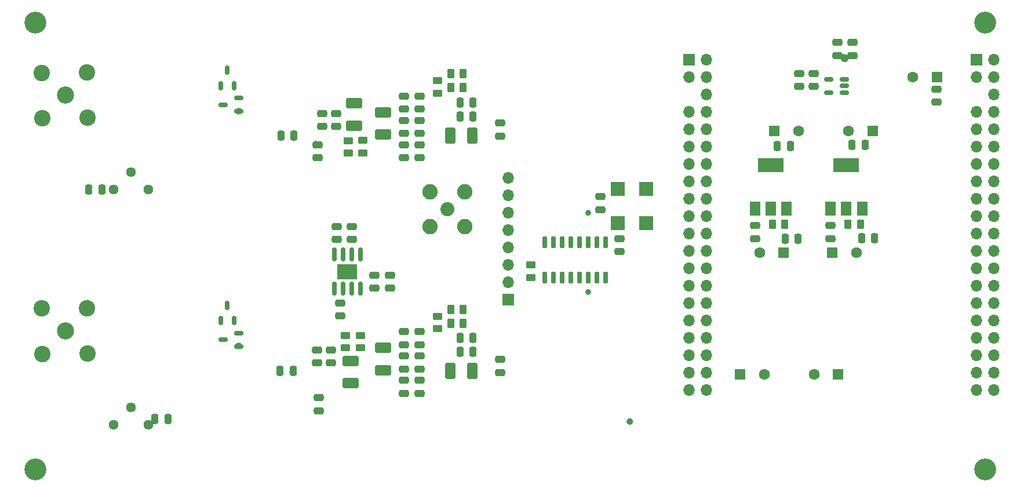
<source format=gbr>
%TF.GenerationSoftware,KiCad,Pcbnew,8.0.2*%
%TF.CreationDate,2025-02-26T14:51:01+00:00*%
%TF.ProjectId,misrc,6d697372-632e-46b6-9963-61645f706362,0.3*%
%TF.SameCoordinates,Original*%
%TF.FileFunction,Soldermask,Bot*%
%TF.FilePolarity,Negative*%
%FSLAX46Y46*%
G04 Gerber Fmt 4.6, Leading zero omitted, Abs format (unit mm)*
G04 Created by KiCad (PCBNEW 8.0.2) date 2025-02-26 14:51:01*
%MOMM*%
%LPD*%
G01*
G04 APERTURE LIST*
G04 Aperture macros list*
%AMRoundRect*
0 Rectangle with rounded corners*
0 $1 Rounding radius*
0 $2 $3 $4 $5 $6 $7 $8 $9 X,Y pos of 4 corners*
0 Add a 4 corners polygon primitive as box body*
4,1,4,$2,$3,$4,$5,$6,$7,$8,$9,$2,$3,0*
0 Add four circle primitives for the rounded corners*
1,1,$1+$1,$2,$3*
1,1,$1+$1,$4,$5*
1,1,$1+$1,$6,$7*
1,1,$1+$1,$8,$9*
0 Add four rect primitives between the rounded corners*
20,1,$1+$1,$2,$3,$4,$5,0*
20,1,$1+$1,$4,$5,$6,$7,0*
20,1,$1+$1,$6,$7,$8,$9,0*
20,1,$1+$1,$8,$9,$2,$3,0*%
G04 Aperture macros list end*
%ADD10C,0.476609*%
%ADD11C,0.434210*%
%ADD12C,0.150000*%
%ADD13C,0.598634*%
%ADD14R,1.600000X1.600000*%
%ADD15C,1.600000*%
%ADD16R,1.700000X1.700000*%
%ADD17O,1.700000X1.700000*%
%ADD18C,3.200000*%
%ADD19C,2.050000*%
%ADD20C,2.250000*%
%ADD21C,1.440000*%
%ADD22C,2.400000*%
%ADD23C,2.500000*%
%ADD24RoundRect,0.250000X-0.250000X-0.475000X0.250000X-0.475000X0.250000X0.475000X-0.250000X0.475000X0*%
%ADD25RoundRect,0.250001X-0.924999X0.499999X-0.924999X-0.499999X0.924999X-0.499999X0.924999X0.499999X0*%
%ADD26RoundRect,0.250000X-0.475000X0.250000X-0.475000X-0.250000X0.475000X-0.250000X0.475000X0.250000X0*%
%ADD27RoundRect,0.250000X0.475000X-0.250000X0.475000X0.250000X-0.475000X0.250000X-0.475000X-0.250000X0*%
%ADD28R,2.000000X2.000000*%
%ADD29RoundRect,0.150000X0.150000X-0.512500X0.150000X0.512500X-0.150000X0.512500X-0.150000X-0.512500X0*%
%ADD30RoundRect,0.250000X-0.450000X0.262500X-0.450000X-0.262500X0.450000X-0.262500X0.450000X0.262500X0*%
%ADD31RoundRect,0.250000X-0.262500X-0.450000X0.262500X-0.450000X0.262500X0.450000X-0.262500X0.450000X0*%
%ADD32RoundRect,0.250000X0.262500X0.450000X-0.262500X0.450000X-0.262500X-0.450000X0.262500X-0.450000X0*%
%ADD33R,1.500000X2.000000*%
%ADD34R,3.800000X2.000000*%
%ADD35RoundRect,0.150000X0.150000X-0.825000X0.150000X0.825000X-0.150000X0.825000X-0.150000X-0.825000X0*%
%ADD36R,3.000000X2.290000*%
%ADD37RoundRect,0.250001X0.924999X-0.499999X0.924999X0.499999X-0.924999X0.499999X-0.924999X-0.499999X0*%
%ADD38RoundRect,0.250000X0.250000X0.475000X-0.250000X0.475000X-0.250000X-0.475000X0.250000X-0.475000X0*%
%ADD39RoundRect,0.250000X0.450000X-0.262500X0.450000X0.262500X-0.450000X0.262500X-0.450000X-0.262500X0*%
%ADD40RoundRect,0.250001X-0.499999X-0.924999X0.499999X-0.924999X0.499999X0.924999X-0.499999X0.924999X0*%
%ADD41RoundRect,0.150000X0.512500X0.150000X-0.512500X0.150000X-0.512500X-0.150000X0.512500X-0.150000X0*%
%ADD42RoundRect,0.150000X0.150000X-0.725000X0.150000X0.725000X-0.150000X0.725000X-0.150000X-0.725000X0*%
G04 APERTURE END LIST*
D10*
X102092304Y-117983000D02*
G75*
G02*
X101615696Y-117983000I-238304J0D01*
G01*
X101615696Y-117983000D02*
G75*
G02*
X102092304Y-117983000I238304J0D01*
G01*
D11*
X145251105Y-94742000D02*
G75*
G02*
X144816895Y-94742000I-217105J0D01*
G01*
X144816895Y-94742000D02*
G75*
G02*
X145251105Y-94742000I217105J0D01*
G01*
D12*
X126639609Y-80645000D02*
G75*
G02*
X125836391Y-80645000I-401609J0D01*
G01*
X125836391Y-80645000D02*
G75*
G02*
X126639609Y-80645000I401609J0D01*
G01*
X132862609Y-81534000D02*
G75*
G02*
X132059391Y-81534000I-401609J0D01*
G01*
X132059391Y-81534000D02*
G75*
G02*
X132862609Y-81534000I401609J0D01*
G01*
D10*
X94197695Y-114173000D02*
G75*
G02*
X93721087Y-114173000I-238304J0D01*
G01*
X93721087Y-114173000D02*
G75*
G02*
X94197695Y-114173000I238304J0D01*
G01*
D12*
X123444000Y-77216000D02*
G75*
G02*
X122682000Y-77216000I-381000J0D01*
G01*
X122682000Y-77216000D02*
G75*
G02*
X123444000Y-77216000I381000J0D01*
G01*
D11*
X145251105Y-106299000D02*
G75*
G02*
X144816895Y-106299000I-217105J0D01*
G01*
X144816895Y-106299000D02*
G75*
G02*
X145251105Y-106299000I217105J0D01*
G01*
D10*
X151347695Y-125222000D02*
G75*
G02*
X150871087Y-125222000I-238304J0D01*
G01*
X150871087Y-125222000D02*
G75*
G02*
X151347695Y-125222000I238304J0D01*
G01*
X105521304Y-84709000D02*
G75*
G02*
X105044696Y-84709000I-238304J0D01*
G01*
X105044696Y-84709000D02*
G75*
G02*
X105521304Y-84709000I238304J0D01*
G01*
X94197695Y-79883000D02*
G75*
G02*
X93721087Y-79883000I-238304J0D01*
G01*
X93721087Y-79883000D02*
G75*
G02*
X94197695Y-79883000I238304J0D01*
G01*
X149864913Y-96266000D02*
G75*
G02*
X149388305Y-96266000I-238304J0D01*
G01*
X149388305Y-96266000D02*
G75*
G02*
X149864913Y-96266000I238304J0D01*
G01*
D13*
X182798317Y-72136000D02*
G75*
G02*
X182199683Y-72136000I-299317J0D01*
G01*
X182199683Y-72136000D02*
G75*
G02*
X182798317Y-72136000I299317J0D01*
G01*
D14*
%TO.C,C19*%
X181554000Y-118364000D03*
D15*
X178054000Y-118364000D03*
%TD*%
D16*
%TO.C,J2*%
X133350000Y-107442000D03*
D17*
X133350000Y-104902000D03*
X133350000Y-102362000D03*
X133350000Y-99822000D03*
X133350000Y-97282000D03*
X133350000Y-94742000D03*
X133350000Y-92202000D03*
X133350000Y-89662000D03*
%TD*%
D18*
%TO.C,H3*%
X203073000Y-132207000D03*
%TD*%
D16*
%TO.C,J3*%
X201803000Y-72390000D03*
D17*
X204343000Y-72390000D03*
X201803000Y-74930000D03*
X204343000Y-74930000D03*
X204343000Y-77470000D03*
X201803000Y-80010000D03*
X204343000Y-80010000D03*
X201803000Y-82550000D03*
X204343000Y-82550000D03*
X201803000Y-85090000D03*
X204343000Y-85090000D03*
X201803000Y-87630000D03*
X204343000Y-87630000D03*
X201803000Y-90170000D03*
X204343000Y-90170000D03*
X201803000Y-92710000D03*
X204343000Y-92710000D03*
X201803000Y-95250000D03*
X204343000Y-95250000D03*
X201803000Y-97790000D03*
X204343000Y-97790000D03*
X201803000Y-100330000D03*
X204343000Y-100330000D03*
X201803000Y-102870000D03*
X204343000Y-102870000D03*
X201803000Y-105410000D03*
X204343000Y-105410000D03*
X201803000Y-107950000D03*
X204343000Y-107950000D03*
X201803000Y-110490000D03*
X204343000Y-110490000D03*
X201803000Y-113030000D03*
X204343000Y-113030000D03*
X201803000Y-115570000D03*
X204343000Y-115570000D03*
X201803000Y-118110000D03*
X204343000Y-118110000D03*
X201803000Y-120650000D03*
X204343000Y-120650000D03*
%TD*%
D19*
%TO.C,J1*%
X124460000Y-94234000D03*
D20*
X121920000Y-91694000D03*
X121920000Y-96774000D03*
X127000000Y-91694000D03*
X127000000Y-96774000D03*
%TD*%
D21*
%TO.C,RV201*%
X75692000Y-91313000D03*
X78232000Y-88773000D03*
X80772000Y-91313000D03*
%TD*%
D14*
%TO.C,C17*%
X180721000Y-100584000D03*
D15*
X184221000Y-100584000D03*
%TD*%
D14*
%TO.C,C11*%
X186564651Y-82804000D03*
D15*
X183064651Y-82804000D03*
%TD*%
D18*
%TO.C,H2*%
X64262000Y-132207000D03*
%TD*%
D22*
%TO.C,J202*%
X71850000Y-80840000D03*
X65240000Y-80950000D03*
X71800000Y-74260000D03*
X65200000Y-74270000D03*
D23*
X68640000Y-77550000D03*
%TD*%
D14*
%TO.C,C10*%
X172240000Y-82801000D03*
D15*
X175740000Y-82801000D03*
%TD*%
D14*
%TO.C,C6*%
X195962651Y-74930000D03*
D15*
X192462651Y-74930000D03*
%TD*%
D14*
%TO.C,C18*%
X167259000Y-118364000D03*
D15*
X170759000Y-118364000D03*
%TD*%
D18*
%TO.C,H1*%
X64262000Y-66929000D03*
%TD*%
D23*
%TO.C,J201*%
X68645000Y-111960000D03*
D22*
X65205000Y-108680000D03*
X71805000Y-108670000D03*
X65245000Y-115360000D03*
X71855000Y-115250000D03*
%TD*%
D14*
%TO.C,C16*%
X173609000Y-100584000D03*
D15*
X170109000Y-100584000D03*
%TD*%
D18*
%TO.C,H4*%
X203073000Y-66929000D03*
%TD*%
D21*
%TO.C,RV101*%
X75707000Y-125685000D03*
X78247000Y-123145000D03*
X80787000Y-125685000D03*
%TD*%
D16*
%TO.C,J4*%
X159800000Y-72390000D03*
D17*
X162340000Y-72390000D03*
X159800000Y-74930000D03*
X162340000Y-74930000D03*
X162340000Y-77470000D03*
X159800000Y-80010000D03*
X162340000Y-80010000D03*
X159800000Y-82550000D03*
X162340000Y-82550000D03*
X159800000Y-85090000D03*
X162340000Y-85090000D03*
X159800000Y-87630000D03*
X162340000Y-87630000D03*
X159800000Y-90170000D03*
X162340000Y-90170000D03*
X159800000Y-92710000D03*
X162340000Y-92710000D03*
X159800000Y-95250000D03*
X162340000Y-95250000D03*
X159800000Y-97790000D03*
X162340000Y-97790000D03*
X159800000Y-100330000D03*
X162340000Y-100330000D03*
X159800000Y-102870000D03*
X162340000Y-102870000D03*
X159800000Y-105410000D03*
X162340000Y-105410000D03*
X159800000Y-107950000D03*
X162340000Y-107950000D03*
X159800000Y-110490000D03*
X162340000Y-110490000D03*
X159800000Y-113030000D03*
X162340000Y-113030000D03*
X159800000Y-115570000D03*
X162340000Y-115570000D03*
X159800000Y-118110000D03*
X162340000Y-118110000D03*
X159800000Y-120650000D03*
X162340000Y-120650000D03*
%TD*%
D24*
%TO.C,C122*%
X100015000Y-117856000D03*
X101915000Y-117856000D03*
%TD*%
D25*
%TO.C,C102*%
X110363000Y-116358000D03*
X110363000Y-119608000D03*
%TD*%
D26*
%TO.C,C226*%
X132207000Y-81600000D03*
X132207000Y-83500000D03*
%TD*%
D27*
%TO.C,C221*%
X118097000Y-83119000D03*
X118097000Y-81219000D03*
%TD*%
D26*
%TO.C,C20*%
X169418000Y-96586000D03*
X169418000Y-98486000D03*
%TD*%
%TO.C,C8*%
X175831500Y-74361000D03*
X175831500Y-76261000D03*
%TD*%
D28*
%TO.C,X1*%
X149330000Y-96240000D03*
X149330000Y-91240000D03*
X153530000Y-91240000D03*
X153530000Y-96240000D03*
%TD*%
D29*
%TO.C,Q202*%
X93279000Y-76194500D03*
X91379000Y-76194500D03*
X92329000Y-73919500D03*
%TD*%
D30*
%TO.C,R204*%
X112141000Y-84154000D03*
X112141000Y-85979000D03*
%TD*%
D27*
%TO.C,C22*%
X108839000Y-109789000D03*
X108839000Y-107889000D03*
%TD*%
D26*
%TO.C,C21*%
X180467000Y-96586000D03*
X180467000Y-98486000D03*
%TD*%
D31*
%TO.C,R5*%
X182983500Y-96393000D03*
X184808500Y-96393000D03*
%TD*%
D32*
%TO.C,R126*%
X126769500Y-110871000D03*
X124944500Y-110871000D03*
%TD*%
D26*
%TO.C,C114*%
X120396000Y-112080000D03*
X120396000Y-113980000D03*
%TD*%
D24*
%TO.C,C216*%
X126291000Y-80645000D03*
X128191000Y-80645000D03*
%TD*%
D32*
%TO.C,R226*%
X126756500Y-76454000D03*
X124931500Y-76454000D03*
%TD*%
D26*
%TO.C,C213*%
X118097000Y-77663000D03*
X118097000Y-79563000D03*
%TD*%
%TO.C,C7*%
X195961000Y-76647000D03*
X195961000Y-78547000D03*
%TD*%
D33*
%TO.C,Q2*%
X185053000Y-94082000D03*
X182753000Y-94082000D03*
D34*
X182753000Y-87782000D03*
D33*
X180453000Y-94082000D03*
%TD*%
D24*
%TO.C,C15*%
X184978000Y-98425000D03*
X186878000Y-98425000D03*
%TD*%
D27*
%TO.C,C112*%
X118110000Y-121092000D03*
X118110000Y-119192000D03*
%TD*%
%TO.C,C31*%
X146810000Y-94250000D03*
X146810000Y-92350000D03*
%TD*%
D29*
%TO.C,Q102*%
X93279000Y-110490000D03*
X91379000Y-110490000D03*
X92329000Y-108215000D03*
%TD*%
D26*
%TO.C,C223*%
X105537000Y-84775000D03*
X105537000Y-86675000D03*
%TD*%
%TO.C,C214*%
X120383000Y-77663000D03*
X120383000Y-79563000D03*
%TD*%
D35*
%TO.C,U7*%
X111748000Y-105788000D03*
X110478000Y-105788000D03*
X109208000Y-105788000D03*
X107938000Y-105788000D03*
X107938000Y-100838000D03*
X109208000Y-100838000D03*
X110478000Y-100838000D03*
X111748000Y-100838000D03*
D36*
X109843000Y-103313000D03*
%TD*%
D37*
%TO.C,C217*%
X115049000Y-83286000D03*
X115049000Y-80036000D03*
%TD*%
D24*
%TO.C,C14*%
X173802000Y-98552000D03*
X175702000Y-98552000D03*
%TD*%
D30*
%TO.C,R125*%
X123063000Y-109831500D03*
X123063000Y-111656500D03*
%TD*%
D24*
%TO.C,C115*%
X126304000Y-113030000D03*
X128204000Y-113030000D03*
%TD*%
D27*
%TO.C,C111*%
X120396000Y-121092000D03*
X120396000Y-119192000D03*
%TD*%
D32*
%TO.C,R224*%
X126756500Y-74422000D03*
X124931500Y-74422000D03*
%TD*%
D38*
%TO.C,C29*%
X73975000Y-91313000D03*
X72075000Y-91313000D03*
%TD*%
D27*
%TO.C,C204*%
X106172000Y-82103000D03*
X106172000Y-80203000D03*
%TD*%
D33*
%TO.C,Q1*%
X174004000Y-94082000D03*
X171704000Y-94082000D03*
D34*
X171704000Y-87782000D03*
D33*
X169404000Y-94082000D03*
%TD*%
D24*
%TO.C,C116*%
X126304000Y-115062000D03*
X128204000Y-115062000D03*
%TD*%
D27*
%TO.C,C211*%
X120383000Y-86675000D03*
X120383000Y-84775000D03*
%TD*%
D26*
%TO.C,C113*%
X118110000Y-112080000D03*
X118110000Y-113980000D03*
%TD*%
D30*
%TO.C,R225*%
X123050000Y-75414500D03*
X123050000Y-77239500D03*
%TD*%
D32*
%TO.C,R124*%
X126769500Y-108839000D03*
X124944500Y-108839000D03*
%TD*%
D24*
%TO.C,C12*%
X172659000Y-84963000D03*
X174559000Y-84963000D03*
%TD*%
D26*
%TO.C,C126*%
X132207000Y-116144000D03*
X132207000Y-118044000D03*
%TD*%
D39*
%TO.C,R104*%
X111760000Y-114450500D03*
X111760000Y-112625500D03*
%TD*%
D27*
%TO.C,C220*%
X120383000Y-83119000D03*
X120383000Y-81219000D03*
%TD*%
D26*
%TO.C,C23*%
X110490000Y-96713000D03*
X110490000Y-98613000D03*
%TD*%
D37*
%TO.C,C117*%
X115062000Y-117703000D03*
X115062000Y-114453000D03*
%TD*%
D40*
%TO.C,C110*%
X124867000Y-117856000D03*
X128117000Y-117856000D03*
%TD*%
D41*
%TO.C,U6*%
X182430000Y-75250000D03*
X182430000Y-76200000D03*
X182430000Y-77150000D03*
X180155000Y-77150000D03*
X180155000Y-75250000D03*
%TD*%
D26*
%TO.C,C27*%
X181483000Y-69850000D03*
X181483000Y-71750000D03*
%TD*%
D31*
%TO.C,R4*%
X171934500Y-96393000D03*
X173759500Y-96393000D03*
%TD*%
D37*
%TO.C,C202*%
X110871000Y-81990000D03*
X110871000Y-78740000D03*
%TD*%
D41*
%TO.C,Q101*%
X93974500Y-112334000D03*
X93974500Y-114234000D03*
X91699500Y-113284000D03*
%TD*%
D42*
%TO.C,U1*%
X147574000Y-104175000D03*
X146304000Y-104175000D03*
X145034000Y-104175000D03*
X143764000Y-104175000D03*
X142494000Y-104175000D03*
X141224000Y-104175000D03*
X139954000Y-104175000D03*
X138684000Y-104175000D03*
X138684000Y-99025000D03*
X139954000Y-99025000D03*
X141224000Y-99025000D03*
X142494000Y-99025000D03*
X143764000Y-99025000D03*
X145034000Y-99025000D03*
X146304000Y-99025000D03*
X147574000Y-99025000D03*
%TD*%
D27*
%TO.C,C104*%
X105410000Y-116647000D03*
X105410000Y-114747000D03*
%TD*%
D39*
%TO.C,R1*%
X136652000Y-104163500D03*
X136652000Y-102338500D03*
%TD*%
%TO.C,R205*%
X109982000Y-86002500D03*
X109982000Y-84177500D03*
%TD*%
D26*
%TO.C,C28*%
X183642000Y-69850000D03*
X183642000Y-71750000D03*
%TD*%
D41*
%TO.C,Q201*%
X93980000Y-77978000D03*
X93980000Y-79878000D03*
X91705000Y-78928000D03*
%TD*%
D27*
%TO.C,C212*%
X118097000Y-86675000D03*
X118097000Y-84775000D03*
%TD*%
D26*
%TO.C,C5*%
X149606000Y-98491000D03*
X149606000Y-100391000D03*
%TD*%
D27*
%TO.C,C120*%
X120396000Y-117536000D03*
X120396000Y-115636000D03*
%TD*%
%TO.C,C203*%
X108204000Y-82103000D03*
X108204000Y-80203000D03*
%TD*%
D24*
%TO.C,C13*%
X183581000Y-84836000D03*
X185481000Y-84836000D03*
%TD*%
D27*
%TO.C,C103*%
X107442000Y-116647000D03*
X107442000Y-114747000D03*
%TD*%
D24*
%TO.C,C215*%
X126291000Y-78613000D03*
X128191000Y-78613000D03*
%TD*%
D26*
%TO.C,C123*%
X105664000Y-121732000D03*
X105664000Y-123632000D03*
%TD*%
D24*
%TO.C,C222*%
X100142000Y-83439000D03*
X102042000Y-83439000D03*
%TD*%
D27*
%TO.C,C121*%
X118110000Y-117536000D03*
X118110000Y-115636000D03*
%TD*%
D40*
%TO.C,C210*%
X124854000Y-83439000D03*
X128104000Y-83439000D03*
%TD*%
D27*
%TO.C,C25*%
X116078000Y-105725000D03*
X116078000Y-103825000D03*
%TD*%
D24*
%TO.C,C30*%
X81727000Y-124841000D03*
X83627000Y-124841000D03*
%TD*%
D30*
%TO.C,R105*%
X109601000Y-112625500D03*
X109601000Y-114450500D03*
%TD*%
D26*
%TO.C,C9*%
X177990500Y-74361000D03*
X177990500Y-76261000D03*
%TD*%
D27*
%TO.C,C26*%
X113792000Y-105725000D03*
X113792000Y-103825000D03*
%TD*%
%TO.C,C24*%
X108331000Y-98613000D03*
X108331000Y-96713000D03*
%TD*%
M02*

</source>
